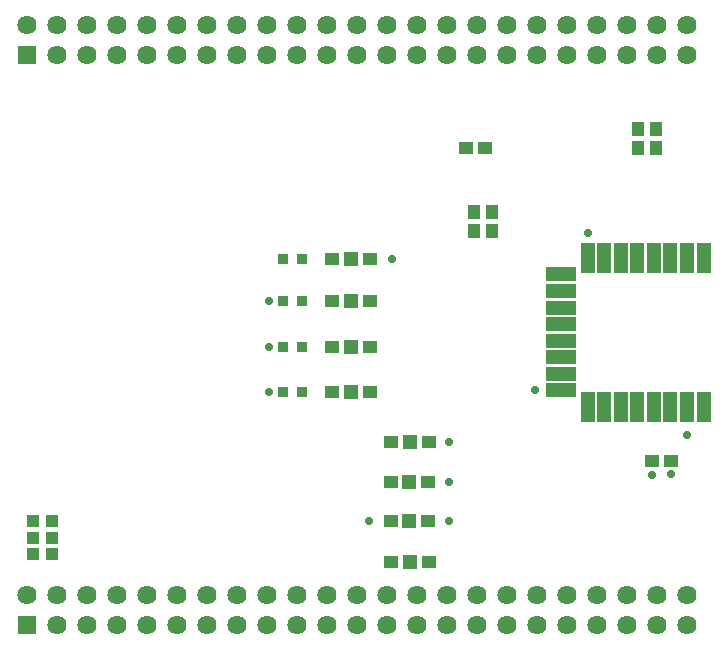
<source format=gts>
G04 Layer_Color=8388736*
%FSLAX25Y25*%
%MOIN*%
G70*
G01*
G75*
%ADD27R,0.04340X0.04537*%
%ADD28R,0.04340X0.04143*%
%ADD29R,0.03750X0.03750*%
%ADD30R,0.04537X0.04537*%
%ADD31R,0.04537X0.04340*%
%ADD32R,0.04537X0.10246*%
%ADD33R,0.10246X0.04537*%
%ADD34R,0.06400X0.06400*%
%ADD35C,0.06400*%
%ADD36C,0.02800*%
D27*
X234500Y140850D02*
D03*
Y147150D02*
D03*
X228500Y140850D02*
D03*
Y147150D02*
D03*
X283000Y174650D02*
D03*
Y168350D02*
D03*
X289000Y174650D02*
D03*
Y168350D02*
D03*
D28*
X81350Y33000D02*
D03*
X87650D02*
D03*
X81350Y38500D02*
D03*
X87650D02*
D03*
X81350Y44000D02*
D03*
X87650Y44000D02*
D03*
D29*
X171150Y87000D02*
D03*
X164850D02*
D03*
X171150Y102000D02*
D03*
X164850D02*
D03*
X171150Y117500D02*
D03*
X164850D02*
D03*
X171150Y131500D02*
D03*
X164850D02*
D03*
D30*
X187500Y87000D02*
D03*
Y102000D02*
D03*
Y117500D02*
D03*
Y131500D02*
D03*
X207000Y70500D02*
D03*
X206874Y44000D02*
D03*
X206874Y57000D02*
D03*
X207000Y30500D02*
D03*
D31*
X181201Y87000D02*
D03*
X193799Y87000D02*
D03*
X181201Y102000D02*
D03*
X193799Y102000D02*
D03*
X181201Y117500D02*
D03*
X193799Y117500D02*
D03*
X181201Y131500D02*
D03*
X193799Y131500D02*
D03*
X213299Y70500D02*
D03*
X200701Y70500D02*
D03*
X213173Y44000D02*
D03*
X200575Y44000D02*
D03*
X213173Y57000D02*
D03*
X200575Y57000D02*
D03*
X213299Y30500D02*
D03*
X200701Y30500D02*
D03*
X287850Y64000D02*
D03*
X294150D02*
D03*
X225850Y168500D02*
D03*
X232150D02*
D03*
D32*
X304925Y131693D02*
D03*
X299413D02*
D03*
X293902D02*
D03*
X288390Y131693D02*
D03*
X282878Y131693D02*
D03*
X277366D02*
D03*
X271854D02*
D03*
X266342D02*
D03*
Y82126D02*
D03*
X271854D02*
D03*
X277366D02*
D03*
X282878D02*
D03*
X288390Y82126D02*
D03*
X293902Y82126D02*
D03*
X299413D02*
D03*
X304925D02*
D03*
D33*
X257307Y126201D02*
D03*
X257307Y120689D02*
D03*
Y115177D02*
D03*
X257307Y109665D02*
D03*
Y104154D02*
D03*
X257307Y98642D02*
D03*
Y93130D02*
D03*
Y87618D02*
D03*
D34*
X79383Y199381D02*
D03*
Y9381D02*
D03*
D35*
Y209381D02*
D03*
X159383Y199381D02*
D03*
X149383Y209381D02*
D03*
Y199381D02*
D03*
X129383D02*
D03*
X139383Y209381D02*
D03*
X129383D02*
D03*
X169383Y199381D02*
D03*
X139383D02*
D03*
X159383Y209381D02*
D03*
X199383D02*
D03*
X119383Y199381D02*
D03*
X109383D02*
D03*
Y209381D02*
D03*
X119383D02*
D03*
X209383D02*
D03*
Y199381D02*
D03*
X219383D02*
D03*
Y209381D02*
D03*
X299383Y199381D02*
D03*
X289383Y209381D02*
D03*
X279383Y199381D02*
D03*
Y209381D02*
D03*
X269383Y199381D02*
D03*
Y209381D02*
D03*
X259383D02*
D03*
X249383D02*
D03*
X239383D02*
D03*
X249383Y199381D02*
D03*
X239383D02*
D03*
X229383D02*
D03*
Y209381D02*
D03*
X99383Y199381D02*
D03*
Y209381D02*
D03*
X169383D02*
D03*
X199383Y199381D02*
D03*
X189383Y209381D02*
D03*
X259383Y199381D02*
D03*
X299383Y209381D02*
D03*
X289383Y199381D02*
D03*
X179383D02*
D03*
X189383D02*
D03*
X179383Y209381D02*
D03*
X89383Y199381D02*
D03*
Y209381D02*
D03*
X79383Y19381D02*
D03*
X159383Y9381D02*
D03*
X149383Y19381D02*
D03*
Y9381D02*
D03*
X129383D02*
D03*
X139383Y19381D02*
D03*
X129383D02*
D03*
X169383Y9381D02*
D03*
X139383D02*
D03*
X159383Y19381D02*
D03*
X199383D02*
D03*
X119383Y9381D02*
D03*
X109383D02*
D03*
Y19381D02*
D03*
X119383D02*
D03*
X209383D02*
D03*
Y9381D02*
D03*
X219383D02*
D03*
Y19381D02*
D03*
X299383Y9381D02*
D03*
X289383Y19381D02*
D03*
X279383Y9381D02*
D03*
Y19381D02*
D03*
X269383Y9381D02*
D03*
Y19381D02*
D03*
X259383D02*
D03*
X249383D02*
D03*
X239383D02*
D03*
X249383Y9381D02*
D03*
X239383D02*
D03*
X229383D02*
D03*
Y19381D02*
D03*
X99383Y9381D02*
D03*
Y19381D02*
D03*
X169383D02*
D03*
X199383Y9381D02*
D03*
X189383Y19381D02*
D03*
X259383Y9381D02*
D03*
X299383Y19381D02*
D03*
X289383Y9381D02*
D03*
X179383D02*
D03*
X189383D02*
D03*
X179383Y19381D02*
D03*
X89383Y9381D02*
D03*
Y19381D02*
D03*
D36*
X201000Y131500D02*
D03*
X220000Y44000D02*
D03*
Y57000D02*
D03*
Y70500D02*
D03*
X193500Y44000D02*
D03*
X294144Y59650D02*
D03*
X248850Y87618D02*
D03*
X287850Y59500D02*
D03*
X299413Y72530D02*
D03*
X266342Y140000D02*
D03*
X160000Y87000D02*
D03*
Y102000D02*
D03*
Y117500D02*
D03*
M02*

</source>
